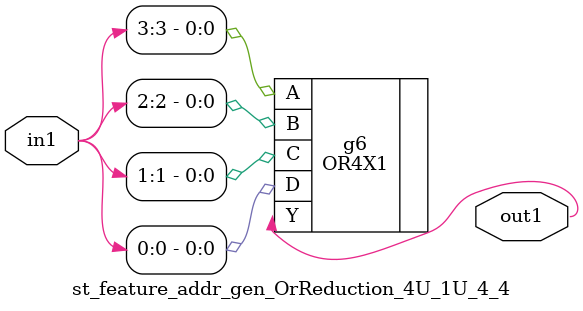
<source format=v>
`timescale 1ps / 1ps


module st_feature_addr_gen_OrReduction_4U_1U_4_4(in1, out1);
  input [3:0] in1;
  output out1;
  wire [3:0] in1;
  wire out1;
  OR4X1 g6(.A (in1[3]), .B (in1[2]), .C (in1[1]), .D (in1[0]), .Y
       (out1));
endmodule



</source>
